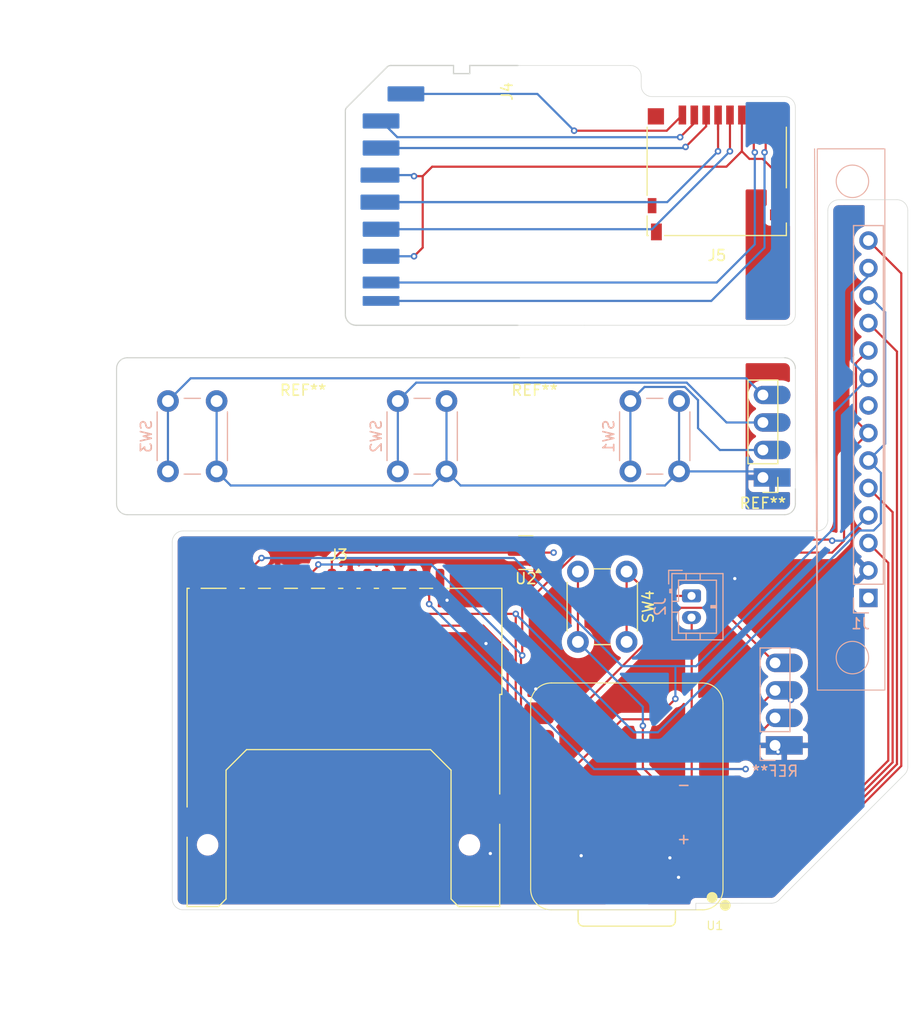
<source format=kicad_pcb>
(kicad_pcb (version 20241229) (generator "pcbnew") (generator_version "9.0")
  (title_block (title "ULTRATERM PCB") (date "2025-06-28") (rev "3") (comment 1 "SD CARD IS FULL") (comment 2 "BLOOD IS FUEL") (comment 3 "MANKIND IS DEAD"))
  (layers (0 "F.Cu" signal) (2 "B.Cu" signal) (13 "F.Paste" user) (15 "B.Paste" user) (5 "F.SilkS" user "F.Silkscreen") (7 "B.SilkS" user "B.Silkscreen") (1 "F.Mask" user) (3 "B.Mask" user) (25 "Edge.Cuts" user))
  (net 0 "")
  (net 1 "Net-(J2-Pin_2)")
  (net 2 "Net-(J2-Pin_1)")
  (net 3 "MOSI")
  (net 4 "+3V3")
  (net 6 "SD CS")
  (net 7 "GND")
  (net 9 "MISO")
  (net 10 "b1")
  (net 11 "b2")
  (net 12 "b3")
  (net 13 "Net-(SW4-B)")
  (net 15 "TOUCH_CS")
  (net 16 "LCD_CS")
  (net 22 "TOUCH_PEN")
  (net 26 "LCD_DS")
  (net 27 "LCD_RES")
  (net 28 "Net-(J1-CLK)")
  (net 31 "Net-(J4-DAT0)")
  (net 32 "Net-(J5-SHIELD)")
  (net 33 "Net-(J4-CMD)")
  (net 34 "Net-(J4-VDD)")
  (net 35 "Net-(J4-CLK)")
  (net 36 "Net-(J4-CD{slash}DAT3)")
  (net 37 "Net-(J4-DAT2)")
  (net 38 "Net-(J4-DAT1)")
  (footprint "Button_Switch_THT:SW_PUSH_6mm_H13mm" (layer "F.Cu") (at 102.7 118.925 -90)
    (property "Reference" "SW4" (at 3.25 -2.000001 90) (layer "F.SilkS"))
    (property "Value" "SW_SPST")
    (pad "1" thru_hole circle (at 0 0) (size 2 2) (drill 1.1) (layers "*.Cu" "*.Mask") (net 2 "Net-(J2-Pin_1)"))
    (pad "1" thru_hole circle (at 6.5 0) (size 2 2) (drill 1.1) (layers "*.Cu" "*.Mask") (net 2 "Net-(J2-Pin_1)"))
    (pad "2" thru_hole circle (at 0 4.500001) (size 2 2) (drill 1.1) (layers "*.Cu" "*.Mask") (net 13 "Net-(SW4-B)"))
    (pad "2" thru_hole circle (at 6.500001 4.5) (size 2 2) (drill 1.1) (layers "*.Cu" "*.Mask") (net 13 "Net-(SW4-B)"))
  )
  (footprint "Connector_Card:microSD_HC_Hirose_DM3D-SF" (layer "F.Cu") (at 111.03 82.099999 180)
    (property "Reference" "J5" (at -0.025 -7.625 0) (layer "F.SilkS"))
    (property "Value" "Micro_SD_Card")
    (pad "1" smd rect (at 3.175 5.35 180) (size 0.7 1.75) (layers "F.Cu" "F.Mask" "F.Paste") (net 37 "Net-(J4-DAT2)"))
    (pad "2" smd rect (at 2.075 5.35 180) (size 0.7 1.75) (layers "F.Cu" "F.Mask" "F.Paste") (net 36 "Net-(J4-CD{slash}DAT3)"))
    (pad "3" smd rect (at 0.975 5.35 180) (size 0.7 1.75) (layers "F.Cu" "F.Mask" "F.Paste") (net 33 "Net-(J4-CMD)"))
    (pad "4" smd rect (at -0.125 5.35 180) (size 0.7 1.75) (layers "F.Cu" "F.Mask" "F.Paste") (net 34 "Net-(J4-VDD)"))
    (pad "5" smd rect (at -1.225 5.35 180) (size 0.7 1.75) (layers "F.Cu" "F.Mask" "F.Paste") (net 35 "Net-(J4-CLK)"))
    (pad "6" smd rect (at -2.325 5.35 180) (size 0.7 1.75) (layers "F.Cu" "F.Mask" "F.Paste") (net 32 "Net-(J5-SHIELD)"))
    (pad "7" smd rect (at -3.425 5.35 180) (size 0.7 1.75) (layers "F.Cu" "F.Mask" "F.Paste") (net 31 "Net-(J4-DAT0)"))
    (pad "8" smd rect (at -4.525 5.35 180) (size 0.7 1.75) (layers "F.Cu" "F.Mask" "F.Paste") (net 38 "Net-(J4-DAT1)"))
    (pad "9" smd rect (at -5.65 -3.875 180) (size 1.45 1) (layers "F.Cu" "F.Mask" "F.Paste") (net 32 "Net-(J5-SHIELD)"))
    (pad "10" smd rect (at 5.575 -5.45 180) (size 1 1.55) (layers "F.Cu" "F.Mask" "F.Paste"))
    (pad "11" smd rect (at -5.975 -2.375001 180) (size 0.8 1.5) (layers "F.Cu" "F.Mask" "F.Paste"))
    (pad "11" smd rect (at -5.725 5.225 180) (size 1.3 1.5) (layers "F.Cu" "F.Mask" "F.Paste"))
    (pad "11" smd rect (at 5.625001 5.225 180) (size 1.5 1.5) (layers "F.Cu" "F.Mask" "F.Paste"))
    (pad "11" smd rect (at 5.975 -3.025 180) (size 0.8 1.4) (layers "F.Cu" "F.Mask" "F.Paste"))
    (zone (net 0) (net_name "") (layer "F.Cu") (connect_pads (clearance 0)) (min_thickness 0.254)
      (keepout (tracks not_allowed) (vias not_allowed) (pads not_allowed) (copperpour not_allowed) (footprints not_allowed))
      (fill (thermal_gap 0.508) (thermal_bridge_width 0.508))
      (polygon (pts (xy 113.005 85.974999) (xy 110.505 85.974999) (xy 110.505 87.824999) (xy 113.005 87.824999)))
    )
    (zone (net 0) (net_name "") (layer "F.Cu") (connect_pads (clearance 0)) (min_thickness 0.254)
      (keepout (tracks not_allowed) (vias not_allowed) (pads not_allowed) (copperpour not_allowed) (footprints not_allowed))
      (fill (thermal_gap 0.508) (thermal_bridge_width 0.508))
      (polygon (pts (xy 115.955 83.624999) (xy 107.455 83.624999) (xy 107.455 81.624999) (xy 115.955 81.624999)))
    )
  )
  (footprint "Connector_PinHeader_2.54mm:PinHeader_1x04_P2.54mm_Vertical" (layer "F.Cu") (at 115.299999 110.234999 180)
    (property "Reference" "REF**" (at 0 -2.38 0) (layer "F.SilkS"))
    (property "Value" "PinHeader_1x04_P2.54mm_Vertical")
    (pad "1" thru_hole rect (at 0 0 180) (size 3.4 1.7) (drill 1 (offset -0.85 0)) (layers "*.Cu" "*.Mask") (net 7 "GND"))
    (pad "2" thru_hole roundrect (at 0 2.54 180) (size 3.4 1.7) (drill 1 (offset -0.85 0)) (layers "*.Cu" "*.Mask") (roundrect_rratio 0.5) (net 10 "b1"))
    (pad "3" thru_hole roundrect (at 0 5.079999 180) (size 3.4 1.7) (drill 1 (offset -0.85 0)) (layers "*.Cu" "*.Mask") (roundrect_rratio 0.5) (net 11 "b2"))
    (pad "4" thru_hole roundrect (at 0 7.62 180) (size 3.4 1.7) (drill 1 (offset -0.85 0)) (layers "*.Cu" "*.Mask") (roundrect_rratio 0.5) (net 12 "b3"))
  )
  (footprint "Package_TO_SOT_SMD:SOT-23" (layer "F.Cu") (at 93.387501 117.175 180)
    (property "Reference" "U2" (at 0 -2.4 0) (layer "F.SilkS"))
    (property "Value" "LM809")
    (pad "1" smd roundrect (at -0.9375 -0.95 180) (size 1.475 0.6) (layers "F.Cu" "F.Mask" "F.Paste") (net 7 "GND"))
    (pad "2" smd roundrect (at -0.9375 0.95 180) (size 1.475 0.6) (layers "F.Cu" "F.Mask" "F.Paste") (net 27 "LCD_RES"))
    (pad "3" smd roundrect (at 0.937501 0 180) (size 1.475 0.6) (layers "F.Cu" "F.Mask" "F.Paste") (net 4 "+3V3"))
  )
  (footprint "MountingHole:MountingHole_2.5mm" (layer "F.Cu") (at 72.8 105.675)
    (property "Reference" "REF**" (at 0 -3.5 0) (layer "F.SilkS"))
    (property "Value" "MountingHole_2.5mm")
    (pad "" np_thru_hole circle (at 0 0) (size 2.5 2.5) (drill 2.5) (layers "*.Cu" "*.Mask"))
  )
  (footprint "XAIO:XIAO-ESP32S3-SMD" (layer "F.Cu") (at 102.713637 150.175 180)
    (property "Reference" "U1" (at -9 -1.01 0) (layer "F.SilkS") (effects (font (size 0.78232 0.78232) (thickness 0.10668)) (justify right top)))
    (property "Value" "XIAO-ESP32-S3-SMD")
    (pad "1" smd roundrect (at -8.061364 2.917 180) (size 2.75 2) (layers "F.Cu" "F.Mask" "F.Paste") (net 22 "TOUCH_PEN"))
    (pad "2" smd roundrect (at -8.061364 5.457 180) (size 2.75 2) (layers "F.Cu" "F.Mask" "F.Paste") (net 15 "TOUCH_CS"))
    (pad "3" smd roundrect (at -8.061364 7.997 180) (size 2.75 2) (layers "F.Cu" "F.Mask" "F.Paste") (net 26 "LCD_DS"))
    (pad "4" smd roundrect (at -8.061364 10.537 180) (size 2.75 2) (layers "F.Cu" "F.Mask" "F.Paste") (net 16 "LCD_CS"))
    (pad "5" smd roundrect (at -8.061364 13.077 180) (size 2.75 2) (layers "F.Cu" "F.Mask" "F.Paste") (net 6 "SD CS"))
    (pad "6" smd roundrect (at -8.061364 15.617 180) (size 2.75 2) (layers "F.Cu" "F.Mask" "F.Paste") (net 10 "b1"))
    (pad "7" smd roundrect (at -8.061364 18.157 180) (size 2.75 2) (layers "F.Cu" "F.Mask" "F.Paste") (net 11 "b2"))
    (pad "8" smd roundrect (at 8.103636 18.157 180) (size 2.75 2) (layers "F.Cu" "F.Mask" "F.Paste") (net 12 "b3"))
    (pad "9" smd roundrect (at 8.103636 15.616999 180) (size 2.75 2) (layers "F.Cu" "F.Mask" "F.Paste") (net 28 "Net-(J1-CLK)"))
    (pad "10" smd roundrect (at 8.103636 13.077 180) (size 2.75 2) (layers "F.Cu" "F.Mask" "F.Paste") (net 9 "MISO"))
    (pad "11" smd roundrect (at 8.103636 10.537 180) (size 2.75 2) (layers "F.Cu" "F.Mask" "F.Paste") (net 3 "MOSI"))
    (pad "12" smd roundrect (at 8.103636 7.997 180) (size 2.75 2) (layers "F.Cu" "F.Mask" "F.Paste") (net 4 "+3V3"))
    (pad "13" smd roundrect (at 8.103636 5.457001 180) (size 2.75 2) (layers "F.Cu" "F.Mask" "F.Paste") (net 7 "GND"))
    (pad "14" smd roundrect (at 8.103636 2.917 180) (size 2.75 2) (layers "F.Cu" "F.Mask" "F.Paste"))
    (pad "15" smd roundrect (at -4.451364 10.155) (size 2.5 1.1) (layers "F.Cu" "F.Mask" "F.Paste") (net 13 "Net-(SW4-B)"))
    (pad "16" smd roundrect (at -4.451364 8.25) (size 2.5 1.1) (layers "F.Cu" "F.Mask" "F.Paste") (net 1 "Net-(J2-Pin_2)"))
    (pad "17" smd circle (at -1.276364 1.905 180) (size 1.7 1.7) (layers "F.Cu" "F.Mask" "F.Paste"))
    (pad "18" smd circle (at 1.263636 1.905 180) (size 1.7 1.7) (layers "F.Cu" "F.Mask" "F.Paste"))
    (pad "19" smd circle (at -1.276364 4.445 180) (size 1.7 1.7) (layers "F.Cu" "F.Mask" "F.Paste"))
    (pad "20" smd circle (at 1.263636 4.445 180) (size 1.7 1.7) (layers "F.Cu" "F.Mask" "F.Paste"))
    (pad "21" smd circle (at -1.276364 6.985 180) (size 1.7 1.7) (layers "F.Cu" "F.Mask" "F.Paste"))
    (pad "22" smd circle (at 1.263636 6.985 180) (size 1.7 1.7) (layers "F.Cu" "F.Mask" "F.Paste"))
    (pad "23" smd circle (at -1.276365 9.525 180) (size 1.7 1.7) (layers "F.Cu" "F.Mask" "F.Paste"))
    (pad "24" smd circle (at 1.263637 9.525 180) (size 1.7 1.7) (layers "F.Cu" "F.Mask" "F.Paste"))
  )
  (footprint "Connector_Card:SD_Kyocera_145638009511859+" (layer "F.Cu") (at 76.07 132.175)
    (property "Reference" "J3" (at 0 -14.78 180) (layer "F.SilkS"))
    (property "Value" "SD_Card_Receptacle")
    (pad "" np_thru_hole circle (at -12.1 12 180) (size 1.5 1.5) (drill 1.5) (layers "*.Cu" "*.Mask"))
    (pad "" np_thru_hole circle (at 12.1 12 180) (size 1.5 1.5) (drill 1.5) (layers "*.Cu" "*.Mask"))
    (pad "1" smd roundrect (at 6.88 -12.5) (size 0.8 2) (layers "F.Cu" "F.Mask" "F.Paste") (roundrect_rratio 0.313) (net 6 "SD CS"))
    (pad "2" smd roundrect (at 4.38 -12.5) (size 0.8 2) (layers "F.Cu" "F.Mask" "F.Paste") (roundrect_rratio 0.313) (net 3 "MOSI"))
    (pad "3" smd roundrect (at 1.08 -12.5) (size 0.8 2) (layers "F.Cu" "F.Mask" "F.Paste") (roundrect_rratio 0.313) (net 7 "GND"))
    (pad "4" smd roundrect (at -0.62 -12.5) (size 0.8 2) (layers "F.Cu" "F.Mask" "F.Paste") (roundrect_rratio 0.313) (net 4 "+3V3"))
    (pad "5" smd roundrect (at -3.12 -12.5) (size 0.8 2) (layers "F.Cu" "F.Mask" "F.Paste") (roundrect_rratio 0.313) (net 28 "Net-(J1-CLK)"))
    (pad "6" smd roundrect (at -5.62 -12.5) (size 0.8 2) (layers "F.Cu" "F.Mask" "F.Paste") (roundrect_rratio 0.313) (net 7 "GND"))
    (pad "7" smd roundrect (at -8.05 -12.5) (size 0.8 2) (layers "F.Cu" "F.Mask" "F.Paste") (roundrect_rratio 0.313) (net 9 "MISO"))
    (pad "8" smd roundrect (at -9.75 -12.5) (size 0.8 2) (layers "F.Cu" "F.Mask" "F.Paste") (roundrect_rratio 0.313))
    (pad "9" smd roundrect (at 9.38 -12.5) (size 0.8 2) (layers "F.Cu" "F.Mask" "F.Paste") (roundrect_rratio 0.313))
    (pad "10" smd roundrect (at 2.68 -12.5) (size 0.8 2) (layers "F.Cu" "F.Mask" "F.Paste") (roundrect_rratio 0.313))
    (pad "11" smd roundrect (at -13.24 -12.5) (size 0.7 2) (layers "F.Cu" "F.Mask" "F.Paste") (roundrect_rratio 0.357))
    (pad "12" smd roundrect (at 14.1 8.7) (size 1.8 2.4) (layers "F.Cu" "F.Mask" "F.Paste") (roundrect_rratio 0.139) (net 7 "GND"))
    (pad "13" smd roundrect (at -13.25 9.9) (size 1.7 2.4) (layers "F.Cu" "F.Mask" "F.Paste") (roundrect_rratio 0.147) (net 7 "GND"))
  )
  (footprint "MountingHole:MountingHole_2.5mm" (layer "F.Cu") (at 94.2 105.675)
    (property "Reference" "REF**" (at 0 -3.5 0) (layer "F.SilkS"))
    (property "Value" "MountingHole_2.5mm")
    (pad "" np_thru_hole circle (at 0 0) (size 2.5 2.5) (drill 2.5) (layers "*.Cu" "*.Mask"))
  )
  (footprint "Connector_Card:SD_Card_Device_16mm_SlotDepth" (layer "F.Cu") (at 92.699999 84.175 90)
    (property "Reference" "J4" (at 9.6 -1.05 90) (layer "F.SilkS"))
    (property "Value" "SD_Card_Device")
    (fp_line (start -11 -16) (end 7.792893 -16) (stroke (width 0.12)) (layer "Edge.Cuts"))
    (fp_line (start 8.146447 -15.853553) (end 11.853554 -12.146446) (stroke (width 0.12)) (layer "Edge.Cuts"))
    (fp_line (start 12 -11.792893) (end 12 -6) (stroke (width 0.12)) (layer "Edge.Cuts"))
    (fp_line (start 12 -6) (end 11.25 -6) (stroke (width 0.12)) (layer "Edge.Cuts"))
    (fp_line (start 11.25 -6) (end 11.25 -4.5) (stroke (width 0.12)) (layer "Edge.Cuts"))
    (fp_line (start 12 -4.5) (end 12 -0.05) (stroke (width 0.12)) (layer "Edge.Cuts"))
    (fp_line (start 11.25 -4.5) (end 12 -4.5) (stroke (width 0.12)) (layer "Edge.Cuts"))
    (fp_line (start -12 -0.05) (end -12 -15) (stroke (width 0.12)) (layer "Edge.Cuts"))
    (fp_arc (start 7.792893 -16) (mid 7.984235 -15.96194) (end 8.146447 -15.853553) (stroke (width 0.12)) (layer "Edge.Cuts"))
    (fp_arc (start -12 -15) (mid -11.707107 -15.707107) (end -11 -16) (stroke (width 0.12)) (layer "Edge.Cuts"))
    (fp_arc (start 11.853554 -12.146446) (mid 11.96194 -11.984234) (end 12 -11.792893) (stroke (width 0.12)) (layer "Edge.Cuts"))
    (pad "1" connect roundrect (at 6.875 -12.7 90) (size 1.4 3.4) (layers "B.Cu" "B.Mask") (roundrect_rratio 0.07142857143) (net 36 "Net-(J4-CD{slash}DAT3)") (clearance 0.05))
    (pad "2" connect roundrect (at 4.375 -12.7 90) (size 1.4 3.4) (layers "B.Cu" "B.Mask") (roundrect_rratio 0.07142857143) (net 33 "Net-(J4-CMD)") (clearance 0.05))
    (pad "3" connect roundrect (at 1.875 -12.8 90) (size 1.4 3.6) (layers "B.Cu" "B.Mask") (roundrect_rratio 0.07142857143) (net 32 "Net-(J5-SHIELD)") (clearance 0.05))
    (pad "4" connect roundrect (at -0.625 -12.8 90) (size 1.4 3.6) (layers "B.Cu" "B.Mask") (roundrect_rratio 0.07142857143) (net 34 "Net-(J4-VDD)") (clearance 0.05))
    (pad "5" connect roundrect (at -3.125 -12.7 90) (size 1.4 3.4) (layers "B.Cu" "B.Mask") (roundrect_rratio 0.07142857143) (net 35 "Net-(J4-CLK)") (clearance 0.05))
    (pad "6" connect roundrect (at -5.625001 -12.7 90) (size 1.4 3.4) (layers "B.Cu" "B.Mask") (roundrect_rratio 0.07142857143) (net 32 "Net-(J5-SHIELD)") (clearance 0.05))
    (pad "7" connect roundrect (at -8.05 -12.700001 90) (size 1.1 3.4) (layers "B.Cu" "B.Mask") (roundrect_rratio 0.07142857143) (net 31 "Net-(J4-DAT0)") (clearance 0.05))
    (pad "8" connect roundrect (at -9.75 -12.7 90) (size 0.9 3.4) (layers "B.Cu" "B.Mask") (roundrect_rratio 0.07142857143) (net 38 "Net-(J4-DAT1)") (clearance 0.05))
    (pad "9" connect roundrect (at 9.375001 -10.4 90) (size 1.4 3.4) (layers "B.Cu" "B.Mask") (roundrect_rratio 0.07142857143) (net 37 "Net-(J4-DAT2)") (clearance 0.05))
  )
  (footprint "Button_Switch_THT:SW_PUSH_6mm" (layer "B.Cu") (at 103.049999 103.174999 -90)
    (property "Reference" "SW1" (at 3.25 2.000001 90) (layer "B.SilkS") (effects (justify mirror)))
    (property "Value" "SW_Push")
    (pad "1" thru_hole circle (at 0 0 180) (size 2 2) (drill 1.1) (layers "*.Cu" "*.Mask") (net 10 "b1"))
    (pad "1" thru_hole circle (at 6.5 0 180) (size 2 2) (drill 1.1) (layers "*.Cu" "*.Mask") (net 10 "b1"))
    (pad "2" thru_hole circle (at 0 -4.500001 180) (size 2 2) (drill 1.1) (layers "*.Cu" "*.Mask") (net 7 "GND"))
    (pad "2" thru_hole circle (at 6.500001 -4.5 180) (size 2 2) (drill 1.1) (layers "*.Cu" "*.Mask") (net 7 "GND"))
  )
  (footprint "Connector_PinHeader_2.54mm:PinHeader_1x14_P2.54mm_Vertical" (layer "B.Cu") (at 125.825 104.875)
    (property "Reference" "J1" (at -1.5 18.87 180) (layer "B.SilkS") (effects (justify mirror)))
    (property "Value" "ILI9341")
    (pad "1" thru_hole rect (at -0.77 16.49) (size 1.7 1.7) (drill 1) (layers "*.Cu" "*.Mask") (net 4 "+3V3"))
    (pad "2" thru_hole circle (at -0.77 13.95) (size 1.7 1.7) (drill 1) (layers "*.Cu" "*.Mask") (net 7 "GND"))
    (pad "3" thru_hole circle (at -0.77 11.41) (size 1.7 1.7) (drill 1) (layers "*.Cu" "*.Mask") (net 16 "LCD_CS"))
    (pad "4" thru_hole circle (at -0.77 8.87) (size 1.7 1.7) (drill 1) (layers "*.Cu" "*.Mask") (net 27 "LCD_RES"))
    (pad "5" thru_hole circle (at -0.77 6.33) (size 1.7 1.7) (drill 1) (layers "*.Cu" "*.Mask") (net 26 "LCD_DS"))
    (pad "6" thru_hole circle (at -0.77 3.79) (size 1.7 1.7) (drill 1) (layers "*.Cu" "*.Mask") (net 3 "MOSI"))
    (pad "7" thru_hole circle (at -0.77 1.25) (size 1.7 1.7) (drill 1) (layers "*.Cu" "*.Mask") (net 28 "Net-(J1-CLK)"))
    (pad "8" thru_hole circle (at -0.77 -1.29) (size 1.7 1.7) (drill 1) (layers "*.Cu" "*.Mask") (net 4 "+3V3"))
    (pad "9" thru_hole circle (at -0.77 -3.83) (size 1.7 1.7) (drill 1) (layers "*.Cu" "*.Mask") (net 9 "MISO"))
    (pad "10" thru_hole circle (at -0.77 -6.37) (size 1.7 1.7) (drill 1) (layers "*.Cu" "*.Mask") (net 28 "Net-(J1-CLK)"))
    (pad "11" thru_hole circle (at -0.77 -8.91) (size 1.7 1.7) (drill 1) (layers "*.Cu" "*.Mask") (net 15 "TOUCH_CS"))
    (pad "12" thru_hole circle (at -0.77 -11.45) (size 1.7 1.7) (drill 1) (layers "*.Cu" "*.Mask") (net 3 "MOSI"))
    (pad "13" thru_hole circle (at -0.77 -13.99) (size 1.7 1.7) (drill 1) (layers "*.Cu" "*.Mask") (net 9 "MISO"))
    (pad "14" thru_hole circle (at -0.77 -16.53) (size 1.7 1.7) (drill 1) (layers "*.Cu" "*.Mask") (net 22 "TOUCH_PEN"))
  )
  (footprint "Connector_JST:JST_PH_B2B-PH-K_1x02_P2.00mm_Vertical" (layer "B.Cu") (at 108.7 121.175 -90)
    (property "Reference" "J2" (at 1 2.9 90) (layer "B.SilkS") (effects (justify mirror)))
    (property "Value" "Battery_plug")
    (pad "1" thru_hole roundrect (at 0 0 270) (size 1.2 1.75) (drill 0.75) (layers "*.Cu" "*.Mask") (roundrect_rratio 0.208333) (net 2 "Net-(J2-Pin_1)"))
    (pad "2" thru_hole oval (at 2.000001 0 270) (size 1.2 1.75) (drill 0.75) (layers "*.Cu" "*.Mask") (net 1 "Net-(J2-Pin_2)"))
  )
  (footprint "Button_Switch_THT:SW_PUSH_6mm" (layer "B.Cu") (at 60.299997 103.174999 -90)
    (property "Reference" "SW3" (at 3.25 2.000001 90) (layer "B.SilkS") (effects (justify mirror)))
    (property "Value" "SW_Push")
    (pad "1" thru_hole circle (at 0 0 180) (size 2 2) (drill 1.1) (layers "*.Cu" "*.Mask") (net 12 "b3"))
    (pad "1" thru_hole circle (at 6.5 0 180) (size 2 2) (drill 1.1) (layers "*.Cu" "*.Mask") (net 12 "b3"))
    (pad "2" thru_hole circle (at 0 -4.500001 180) (size 2 2) (drill 1.1) (layers "*.Cu" "*.Mask") (net 7 "GND"))
    (pad "2" thru_hole circle (at 6.500001 -4.5 180) (size 2 2) (drill 1.1) (layers "*.Cu" "*.Mask") (net 7 "GND"))
  )
  (footprint "Button_Switch_THT:SW_PUSH_6mm" (layer "B.Cu") (at 81.549999 103.174998 -90)
    (property "Reference" "SW2" (at 3.25 2.000001 90) (layer "B.SilkS") (effects (justify mirror)))
    (property "Value" "SW_Push")
    (pad "1" thru_hole circle (at 0 0 180) (size 2 2) (drill 1.1) (layers "*.Cu" "*.Mask") (net 11 "b2"))
    (pad "1" thru_hole circle (at 6.5 0 180) (size 2 2) (drill 1.1) (layers "*.Cu" "*.Mask") (net 11 "b2"))
    (pad "2" thru_hole circle (at 0 -4.500001 180) (size 2 2) (drill 1.1) (layers "*.Cu" "*.Mask") (net 7 "GND"))
    (pad "2" thru_hole circle (at 6.500001 -4.5 180) (size 2 2) (drill 1.1) (layers "*.Cu" "*.Mask") (net 7 "GND"))
  )
  (footprint "Connector_PinHeader_2.54mm:PinHeader_1x04_P2.54mm_Vertical" (layer "B.Cu") (at 116.4225 134.985)
    (property "Reference" "REF**" (at 0 2.38 0) (layer "B.SilkS") (effects (justify mirror)))
    (property "Value" "PinHeader_1x04_P2.54mm_Vertical")
    (pad "1" thru_hole rect (at 0 0) (size 3.4 1.7) (drill 1 (offset 0.85 0)) (layers "*.Cu" "*.Mask") (net 7 "GND"))
    (pad "2" thru_hole roundrect (at 0 -2.54) (size 3.4 1.7) (drill 1 (offset 0.85 0)) (layers "*.Cu" "*.Mask") (roundrect_rratio 0.5) (net 10 "b1"))
    (pad "3" thru_hole roundrect (at 0 -5.079999) (size 3.4 1.7) (drill 1 (offset 0.85 0)) (layers "*.Cu" "*.Mask") (roundrect_rratio 0.5) (net 11 "b2"))
    (pad "4" thru_hole roundrect (at 0 -7.62) (size 3.4 1.7) (drill 1 (offset 0.85 0)) (layers "*.Cu" "*.Mask") (roundrect_rratio 0.5) (net 12 "b3"))
  )
  (gr_line (start 127.6929 84.575) (end 122.3 84.582107) (stroke (width 0.05)) (layer "Edge.Cuts"))
  (gr_line (start 116.785786 149.275) (end 128.4 137.660786) (stroke (width 0.05)) (layer "Edge.Cuts"))
  (gr_line (start 55.549998 112.675) (end 55.549999 100.175001) (stroke (width 0.1)) (layer "Edge.Cuts"))
  (gr_line (start 120.3 115.175) (end 61.7 115.175) (stroke (width 0.05)) (layer "Edge.Cuts"))
  (gr_arc (start 103.05 72.175) (mid 103.757107 72.467893) (end 104.05 73.175) (stroke (width 0.05)) (layer "Edge.Cuts"))
  (gr_line (start 117.3 99.174999) (end 92.8 99.175833) (stroke (width 0.05)) (layer "Edge.Cuts"))
  (gr_arc (start 121.3 85.582107) (mid 121.592893 84.875) (end 122.3 84.582107) (stroke (width 0.05)) (layer "Edge.Cuts"))
  (gr_line (start 104.05 74.049999) (end 104.05 73.175) (stroke (width 0.05)) (layer "Edge.Cuts"))
  (gr_arc (start 118.3 95.175) (mid 118.007107 95.882107) (end 117.3 96.175) (stroke (width 0.05)) (layer "Edge.Cuts"))
  (gr_line (start 56.55 99.175834) (end 92.8 99.175833) (stroke (width 0.1)) (layer "Edge.Cuts"))
  (gr_line (start 60.7 116.175) (end 60.7 149.175) (stroke (width 0.05)) (layer "Edge.Cuts"))
  (gr_line (start 92.649999 96.175) (end 98.8 96.175) (stroke (width 0.05)) (layer "Edge.Cuts"))
  (gr_arc (start 117.3 75.049999) (mid 118.007107 75.342892) (end 118.3 76.049999) (stroke (width 0.05)) (layer "Edge.Cuts"))
  (gr_line (start 118.3 100.174999) (end 118.3 111.275) (stroke (width 0.05)) (layer "Edge.Cuts"))
  (gr_line (start 109.1 149.575) (end 116.087556 149.567893) (stroke (width 0.05)) (layer "Edge.Cuts"))
  (gr_arc (start 105.05 75.049999) (mid 104.342894 74.757106) (end 104.05 74.049999) (stroke (width 0.05)) (layer "Edge.Cuts"))
  (gr_line (start 121.3 94.275) (end 121.3 85.5821) (stroke (width 0.05)) (layer "Edge.Cuts"))
  (gr_arc (start 117.3 99.174999) (mid 118.007107 99.467892) (end 118.3 100.174999) (stroke (width 0.1)) (layer "Edge.Cuts"))
  (gr_line (start 121.3 114.175) (end 121.3 111.275) (stroke (width 0.05)) (layer "Edge.Cuts"))
  (gr_arc (start 56.549998 113.675) (mid 55.842893 113.382106) (end 55.549998 112.675) (stroke (width 0.1)) (layer "Edge.Cuts"))
  (gr_line (start 118.3 76.05) (end 118.3 94.275) (stroke (width 0.05)) (layer "Edge.Cuts"))
  (gr_arc (start 118.299999 112.675) (mid 118.007106 113.382106) (end 117.299999 113.675) (stroke (width 0.1)) (layer "Edge.Cuts"))
  (gr_line (start 61.7 150.175) (end 109.1 150.175) (stroke (width 0.05)) (layer "Edge.Cuts"))
  (gr_arc (start 116.785786 149.275) (mid 116.461356 149.491747) (end 116.078679 149.567893) (stroke (width 0.05)) (layer "Edge.Cuts"))
  (gr_arc (start 55.549999 100.175001) (mid 55.842892 99.467893) (end 56.549999 99.175001) (stroke (width 0.1)) (layer "Edge.Cuts"))
  (gr_arc (start 121.3 114.175) (mid 121.007107 114.882107) (end 120.3 115.175) (stroke (width 0.05)) (layer "Edge.Cuts"))
  (gr_arc (start 61.7 150.175) (mid 60.992893 149.882107) (end 60.7 149.175) (stroke (width 0.05)) (layer "Edge.Cuts"))
  (gr_line (start 92.65 72.175) (end 103.05 72.175) (stroke (width 0.05)) (layer "Edge.Cuts"))
  (gr_arc (start 127.692893 84.575) (mid 128.4 84.867893) (end 128.692893 85.575) (stroke (width 0.05)) (layer "Edge.Cuts"))
  (gr_line (start 117.299999 113.675) (end 56.549998 113.675) (stroke (width 0.1)) (layer "Edge.Cuts"))
  (gr_line (start 121.3 111.275) (end 121.3 94.275) (stroke (width 0.05)) (layer "Edge.Cuts"))
  (gr_arc (start 128.692893 136.953679) (mid 128.616771 137.33636) (end 128.4 137.660786) (stroke (width 0.05)) (layer "Edge.Cuts"))
  (gr_line (start 118.3 111.275) (end 118.299999 112.675) (stroke (width 0.1)) (layer "Edge.Cuts"))
  (gr_line (start 118.3 95.175) (end 118.3 94.275) (stroke (width 0.05)) (layer "Edge.Cuts"))
  (gr_line (start 98.8 96.175) (end 117.3 96.175) (stroke (width 0.05)) (layer "Edge.Cuts"))
  (gr_line (start 128.692893 136.953679) (end 128.692893 85.578741) (stroke (width 0.05)) (layer "Edge.Cuts"))
  (gr_arc (start 60.7 116.175) (mid 60.992893 115.467893) (end 61.7 115.175) (stroke (width 0.05)) (layer "Edge.Cuts"))
  (gr_line (start 117.3 75.049999) (end 105.05 75.049999) (stroke (width 0.05)) (layer "Edge.Cuts"))
  (gr_line (start 109.1 150.175) (end 109.1 149.575) (stroke (width 0.05)) (layer "Edge.Cuts"))
  (gr_text "-\n" (at 108.7 138.175 180) (layer "B.SilkS") (effects (font (size 1 1)) (justify left bottom)))
  (gr_text "+" (at 108.7 143.175 180) (layer "B.SilkS") (effects (font (size 1 1)) (justify left bottom)))
  (segment (start 108.415001 141.925) (end 108.716001 141.624) (width 0.2) (layer "F.Cu") (net 1))
  (segment (start 107.165001 141.925) (end 108.415001 141.925) (width 0.2) (layer "F.Cu") (net 1))
  (segment (start 108.716001 123.191002) (end 108.7 123.175001) (width 0.2) (layer "F.Cu") (net 1))
  (segment (start 108.716001 141.624) (end 108.716001 123.191002) (width 0.2) (layer "F.Cu") (net 1))
  (segment (start 104.95 121.175) (end 108.7 121.175) (width 0.2) (layer "F.Cu") (net 2))
  (segment (start 102.7 118.925) (end 104.95 121.175) (width 0.2) (layer "F.Cu") (net 2))
  (segment (start 102.7 118.925) (end 102.7 125.425) (width 0.2) (layer "F.Cu") (net 2))
  (segment (start 92.45 122.835107) (end 83.610107 122.835107) (width 0.2) (layer "F.Cu") (net 3))
  (segment (start 83.610107 122.835107) (end 80.45 119.675) (width 0.2) (layer "F.Cu") (net 3))
  (segment (start 92.45 138.675) (end 93.413 139.638) (width 0.2) (layer "F.Cu") (net 3))
  (segment (start 92.45 122.835107) (end 92.45 138.675) (width 0.2) (layer "F.Cu") (net 3))
  (segment (start 93.413 139.638) (end 94.610001 139.638) (width 0.2) (layer "F.Cu") (net 3))
  (via (at 92.45 122.835107) (size 0.6) (drill 0.3) (layers "F.Cu" "B.Cu") (net 3))
  (segment (start 126.6 94.97) (end 126.6 107.12) (width 0.2) (layer "B.Cu") (net 3))
  (segment (start 126.206 109.816) (end 126.206 114.45976) (width 0.2) (layer "B.Cu") (net 3))
  (segment (start 103.390893 133.776) (end 92.45 122.835107) (width 0.2) (layer "B.Cu") (net 3))
  (segment (start 124.2331 115.134) (end 105.5911 133.776) (width 0.2) (layer "B.Cu") (net 3))
  (segment (start 125.055 93.425) (end 126.6 94.97) (width 0.2) (layer "B.Cu") (net 3))
  (segment (start 126.6 107.12) (end 125.055 108.665) (width 0.2) (layer "B.Cu") (net 3))
  (segment (start 126.206 114.45976) (end 125.53176 115.134) (width 0.2) (layer "B.Cu") (net 3))
  (segment (start 125.53176 115.134) (end 124.2331 115.134) (width 0.2) (layer "B.Cu") (net 3))
  (segment (start 125.055 108.665) (end 126.206 109.816) (width 0.2) (layer "B.Cu") (net 3))
  (segment (start 105.5911 133.776) (end 103.390893 133.776) (width 0.2) (layer "B.Cu") (net 3))
  (segment (start 79.7 123.925) (end 75.45 119.675) (width 0.2) (layer "F.Cu") (net 4))
  (segment (start 75.45 117.925) (end 76.2 117.175) (width 0.2) (layer "F.Cu") (net 4))
  (segment (start 89.45 123.925) (end 79.7 123.925) (width 0.2) (layer "F.Cu") (net 4))
  (segment (start 94.610001 142.178) (end 91.7 139.267999) (width 0.2) (layer "F.Cu") (net 4))
  (segment (start 95.95 117.175) (end 92.45 117.175) (width 0.2) (layer "F.Cu") (net 4))
  (segment (start 91.7 139.267999) (end 91.7 126.175) (width 0.2) (layer "F.Cu") (net 4))
  (segment (start 75.45 119.675) (end 75.45 117.925) (width 0.2) (layer "F.Cu") (net 4))
  (segment (start 91.7 126.175) (end 89.45 123.925) (width 0.2) (layer "F.Cu") (net 4))
  (segment (start 92.45 117.175) (end 76.2 117.175) (width 0.2) (layer "F.Cu") (net 4))
  (via (at 95.95 117.175) (size 0.6) (drill 0.3) (layers "F.Cu" "B.Cu") (net 4))
  (segment (start 113.7 137.175) (end 110.852001 137.175) (width 0.2) (layer "F.Cu") (net 6))
  (segment (start 84.45 121.175) (end 82.95 119.675) (width 0.2) (layer "F.Cu") (net 6))
  (segment (start 84.45 121.925) (end 84.45 121.175) (width 0.2) (layer "F.Cu") (net 6))
  (segment (start 110.852001 137.175) (end 110.775001 137.098) (width 0.2) (layer "F.Cu") (net 6))
  (via (at 113.7 137.175) (size 0.6) (drill 0.3) (layers "F.Cu" "B.Cu") (net 6))
  (via (at 84.45 121.925) (size 0.6) (drill 0.3) (layers "F.Cu" "B.Cu") (net 6))
  (segment (start 99.7 137.175) (end 84.45 121.925) (width 0.2) (layer "B.Cu") (net 6))
  (segment (start 113.7 137.175) (end 99.7 137.175) (width 0.2) (layer "B.Cu") (net 6))
  (segment (start 94.610001 144.717999) (end 90.357001 144.717999) (width 0.2) (layer "F.Cu") (net 7))
  (segment (start 90.357001 144.717999) (end 90.1 144.975) (width 0.2) (layer "F.Cu") (net 7))
  (segment (start 94.610001 144.717999) (end 98.042999 144.717999) (width 0.2) (layer "F.Cu") (net 7))
  (segment (start 98.042999 144.717999) (end 98.5 145.175) (width 0.2) (layer "F.Cu") (net 7))
  (via (at 89.7 125.575) (size 0.6) (drill 0.3) (layers "F.Cu" "B.Cu") (net 7))
  (via (at 90.1 144.975) (size 0.6) (drill 0.3) (layers "F.Cu" "B.Cu") (net 7))
  (via (at 98.5 145.175) (size 0.6) (drill 0.3) (layers "F.Cu" "B.Cu") (net 7))
  (via (at 94.3 129.775) (size 0.6) (drill 0.3) (layers "F.Cu" "B.Cu") (net 7))
  (via (at 117.9 130.775) (size 0.6) (drill 0.3) (layers "F.Cu" "B.Cu") (net 7))
  (via (at 116.7 135.575) (size 0.6) (drill 0.3) (layers "F.Cu" "B.Cu") (net 7))
  (via (at 107.5 147.175) (size 0.6) (drill 0.3) (layers "F.Cu" "B.Cu") (net 7))
  (via (at 106.7 145.375) (size 0.6) (drill 0.3) (layers "F.Cu" "B.Cu") (net 7))
  (via (at 112.7 119.575) (size 0.6) (drill 0.3) (layers "F.Cu" "B.Cu") (net 7))
  (via (at 86.1 121.575) (size 0.6) (drill 0.3) (layers "F.Cu" "B.Cu") (net 7))
  (segment (start 107.549999 109.675) (end 107.55 103.174998) (width 0.2) (layer "B.Cu") (net 7))
  (segment (start 84.749 110.975999) (end 86.049998 109.675) (width 0.2) (layer "B.Cu") (net 7))
  (segment (start 115.299999 110.234999) (end 114.74 109.675) (width 0.2) (layer "B.Cu") (net 7))
  (segment (start 106.248999 110.975999) (end 87.350998 110.975999) (width 0.2) (layer "B.Cu") (net 7))
  (segment (start 107.549999 109.675) (end 106.248999 110.975999) (width 0.2) (layer "B.Cu") (net 7))
  (segment (start 114.74 109.675) (end 107.549999 109.675) (width 0.2) (layer "B.Cu") (net 7))
  (segment (start 86.049998 109.675) (end 86.049999 103.174999) (width 0.2) (layer "B.Cu") (net 7))
  (segment (start 64.799998 109.675) (end 66.100997 110.976) (width 0.2) (layer "B.Cu") (net 7))
  (segment (start 64.799998 109.675) (end 64.799999 103.174999) (width 0.2) (layer "B.Cu") (net 7))
  (segment (start 66.100997 110.976) (end 84.749 110.975999) (width 0.2) (layer "B.Cu") (net 7))
  (segment (start 87.350998 110.975999) (end 86.049998 109.675) (width 0.2) (layer "B.Cu") (net 7))
  (segment (start 102.300735 132.574265) (end 97.777 137.098) (width 0.2) (layer "F.Cu") (net 9))
  (segment (start 68.95 117.675) (end 68.02 118.605) (width 0.2) (layer "F.Cu") (net 9))
  (segment (start 105.319265 132.574265) (end 102.300735 132.574265) (width 0.2) (layer "F.Cu") (net 9))
  (segment (start 97.777 137.098) (end 94.610001 137.098) (width 0.2) (layer "F.Cu") (net 9))
  (segment (start 68.02 118.605) (end 68.02 119.675) (width 0.2) (layer "F.Cu") (net 9))
  (segment (start 107.209265 130.684265) (end 105.319265 132.574265) (width 0.2) (layer "F.Cu") (net 9))
  (via (at 107.209265 130.684265) (size 0.6) (drill 0.3) (layers "F.Cu" "B.Cu") (net 9))
  (via (at 68.95 117.675) (size 0.6) (drill 0.3) (layers "F.Cu" "B.Cu") (net 9))
  (segment (start 123.5 93.175) (end 125.055 91.62) (width 0.2) (layer "B.Cu") (net 9))
  (segment (start 68.95 117.675) (end 92.289891 117.675) (width 0.2) (layer "B.Cu") (net 9))
  (segment (start 121.9 114.88648) (end 109.120745 127.665735) (width 0.2) (layer "B.Cu") (net 9))
  (segment (start 125.055 101.045) (end 121.9 104.2) (width 0.2) (layer "B.Cu") (net 9))
  (segment (start 92.289891 117.675) (end 102.280626 127.665735) (width 0.2) (layer "B.Cu") (net 9))
  (segment (start 102.280626 127.665735) (end 107.209265 127.665735) (width 0.2) (layer "B.Cu") (net 9))
  (segment (start 125.055 101.045) (end 123.5 99.49) (width 0.2) (layer "B.Cu") (net 9))
  (segment (start 109.120745 127.665735) (end 107.209265 127.665735) (width 0.2) (layer "B.Cu") (net 9))
  (segment (start 125.055 91.62) (end 125.055 90.885) (width 0.2) (layer "B.Cu") (net 9))
  (segment (start 121.9 104.2) (end 121.9 114.88648) (width 0.2) (layer "B.Cu") (net 9))
  (segment (start 107.209265 130.684265) (end 107.209265 127.665735) (width 0.2) (layer "B.Cu") (net 9))
  (segment (start 123.5 99.49) (end 123.5 93.175) (width 0.2) (layer "B.Cu") (net 9))
  (segment (start 110.775001 134.558) (end 114.3095 134.558) (width 0.2) (layer "F.Cu") (net 10))
  (segment (start 114.3095 134.558) (end 116.4225 132.445) (width 0.2) (layer "F.Cu") (net 10))
  (segment (start 109.299998 103.085106) (end 108.088892 101.874) (width 0.2) (layer "B.Cu") (net 10))
  (segment (start 104.350998 101.874) (end 103.049999 103.174999) (width 0.2) (layer "B.Cu") (net 10))
  (segment (start 111.319999 107.694999) (end 109.299998 105.674999) (width 0.2) (layer "B.Cu") (net 10))
  (segment (start 108.088892 101.874) (end 104.350998 101.874) (width 0.2) (layer "B.Cu") (net 10))
  (segment (start 109.299998 105.674999) (end 109.299998 103.085106) (width 0.2) (layer "B.Cu") (net 10))
  (segment (start 103.049999 109.674999) (end 103.049999 103.174999) (width 0.2) (layer "B.Cu") (net 10))
  (segment (start 115.299999 107.694999) (end 111.319999 107.694999) (width 0.2) (layer "B.Cu") (net 10))
  (segment (start 110.775001 132.018) (end 114.309501 132.018) (width 0.2) (layer "F.Cu") (net 11))
  (segment (start 111.761364 132.018) (end 111.761364 130.863636) (width 0.2) (layer "F.Cu") (net 11))
  (segment (start 114.309501 132.018) (end 116.4225 129.905001) (width 0.2) (layer "F.Cu") (net 11))
  (segment (start 111.936992 105.154999) (end 108.254993 101.472998) (width 0.2) (layer "B.Cu") (net 11))
  (segment (start 81.549999 109.675) (end 81.549999 103.174998) (width 0.2) (layer "B.Cu") (net 11))
  (segment (start 83.251999 101.472999) (end 81.549999 103.174998) (width 0.2) (layer "B.Cu") (net 11))
  (segment (start 115.299999 105.154999) (end 111.936992 105.154999) (width 0.2) (layer "B.Cu") (net 11))
  (segment (start 108.254993 101.472998) (end 83.251999 101.472999) (width 0.2) (layer "B.Cu") (net 11))
  (segment (start 97.957 132.018) (end 107.700999 122.274001) (width 0.2) (layer "F.Cu") (net 12))
  (segment (start 111.331501 122.274001) (end 116.4225 127.365) (width 0.2) (layer "F.Cu") (net 12))
  (segment (start 107.700999 122.274001) (end 111.331501 122.274001) (width 0.2) (layer "F.Cu") (net 12))
  (segment (start 94.610001 132.018) (end 97.957 132.018) (width 0.2) (layer "F.Cu") (net 12))
  (segment (start 115.299999 102.615) (end 113.756998 101.072) (width 0.2) (layer "B.Cu") (net 12))
  (segment (start 113.756998 101.072) (end 62.402999 101.071999) (width 0.2) (layer "B.Cu") (net 12))
  (segment (start 62.402999 101.071999) (end 60.299997 103.174999) (width 0.2) (layer "B.Cu") (net 12))
  (segment (start 60.299997 103.174999) (end 60.299999 109.674999) (width 0.2) (layer "B.Cu") (net 12))
  (segment (start 104.2 137.054999) (end 104.2 133.175) (width 0.2) (layer "F.Cu") (net 13))
  (segment (start 107.165001 140.02) (end 104.2 137.054999) (width 0.2) (layer "F.Cu") (net 13))
  (segment (start 98.199999 118.925) (end 98.2 125.425001) (width 0.2) (layer "F.Cu") (net 13))
  (via (at 104.2 133.175) (size 0.6) (drill 0.3) (layers "F.Cu" "B.Cu") (net 13))
  (segment (start 104.2 131.425001) (end 98.2 125.425001) (width 0.2) (layer "B.Cu") (net 13))
  (segment (start 104.2 133.175) (end 104.2 131.425001) (width 0.2) (layer "B.Cu") (net 13))
  (segment (start 119.6899 144.718) (end 110.775001 144.718) (width 0.2) (layer "F.Cu") (net 15))
  (segment (start 127.690893 98.600893) (end 127.690893 136.717007) (width 0.2) (layer "F.Cu") (net 15))
  (segment (start 127.690893 136.717007) (end 119.6899 144.718) (width 0.2) (layer "F.Cu") (net 15))
  (segment (start 125.055 95.965) (end 127.690893 98.600893) (width 0.2) (layer "F.Cu") (net 15))
  (segment (start 126.888893 136.384807) (end 126.888893 118.118893) (width 0.2) (layer "F.Cu") (net 16))
  (segment (start 123.6357 139.638) (end 126.888893 136.384807) (width 0.2) (layer "F.Cu") (net 16))
  (segment (start 126.888893 118.118893) (end 125.055 116.285) (width 0.2) (layer "F.Cu") (net 16))
  (segment (start 110.775001 139.638) (end 123.6357 139.638) (width 0.2) (layer "F.Cu") (net 16))
  (segment (start 128.091893 136.883107) (end 117.717 147.258) (width 0.2) (layer "F.Cu") (net 22))
  (segment (start 125.055 88.345) (end 128.091893 91.381893) (width 0.2) (layer "F.Cu") (net 22))
  (segment (start 128.091893 91.381893) (end 128.091893 136.883107) (width 0.2) (layer "F.Cu") (net 22))
  (segment (start 117.717 147.258) (end 110.775001 147.258) (width 0.2) (layer "F.Cu") (net 22))
  (segment (start 127.289893 136.550907) (end 121.6628 142.178) (width 0.2) (layer "F.Cu") (net 26))
  (segment (start 125.055 111.205) (end 127.289893 113.439893) (width 0.2) (layer "F.Cu") (net 26))
  (segment (start 121.6628 142.178) (end 110.775001 142.178) (width 0.2) (layer "F.Cu") (net 26))
  (segment (start 127.289893 113.439893) (end 127.289893 136.550907) (width 0.2) (layer "F.Cu") (net 26))
  (segment (start 94.575001 115.975) (end 94.325001 116.225) (width 0.2) (layer "F.Cu") (net 27))
  (segment (start 121.7 116.075) (end 121.6 115.975) (width 0.2) (layer "F.Cu") (net 27))
  (segment (start 121.6 115.975) (end 94.575001 115.975) (width 0.2) (layer "F.Cu") (net 27))
  (via (at 121.7 116.075) (size 0.6) (drill 0.3) (layers "F.Cu" "B.Cu") (net 27))
  (segment (start 121.7 116.075) (end 122.725 116.075) (width 0.2) (layer "B.Cu") (net 27))
  (segment (start 122.725 116.075) (end 125.055 113.745) (width 0.2) (layer "B.Cu") (net 27))
  (segment (start 94.610001 134.558001) (end 92.934001 132.882001) (width 0.2) (layer "F.Cu") (net 28))
  (segment (start 122.8 116.075) (end 121.7 117.175) (width 0.2) (layer "F.Cu") (net 28))
  (segment (start 123.904 99.656) (end 123.904 104.974) (width 0.2) (layer "F.Cu") (net 28))
  (segment (start 122.8 108.38) (end 122.8 116.075) (width 0.2) (layer "F.Cu") (net 28))
  (segment (start 98.110107 117.175) (end 93.05 122.235107) (width 0.2) (layer "F.Cu") (net 28))
  (segment (start 74.2 118.425) (end 72.95 119.675) (width 0.2) (layer "F.Cu") (net 28))
  (segment (start 123.904 104.974) (end 125.055 106.125) (width 0.2) (layer "F.Cu") (net 28))
  (segment (start 121.7 117.175) (end 98.110107 117.175) (width 0.2) (layer "F.Cu") (net 28))
  (segment (start 74.2 118.275) (end 74.2 118.425) (width 0.2) (layer "F.Cu") (net 28))
  (segment (start 92.934001 126.790999) (end 93.05 126.675) (width 0.2) (layer "F.Cu") (net 28))
  (segment (start 93.05 122.235107) (end 93.05 126.675) (width 0.2) (layer "F.Cu") (net 28))
  (segment (start 125.055 106.125) (end 122.8 108.38) (width 0.2) (layer "F.Cu") (net 28))
  (segment (start 125.055 98.505) (end 123.904 99.656) (width 0.2) (layer "F.Cu") (net 28))
  (segment (start 92.934001 132.882001) (end 92.934001 126.790999) (width 0.2) (layer "F.Cu") (net 28))
  (via (at 93.05 126.675) (size 0.6) (drill 0.3) (layers "F.Cu" "B.Cu") (net 28))
  (via (at 74.2 118.275) (size 0.6) (drill 0.3) (layers "F.Cu" "B.Cu") (net 28))
  (segment (start 93.05 126.675) (end 84.65 118.275) (width 0.2) (layer "B.Cu") (net 28))
  (segment (start 84.65 118.275) (end 74.2 118.275) (width 0.2) (layer "B.Cu") (net 28))
  (segment (start 114.454999 80.104999) (end 114.455 76.749999) (width 0.2) (layer "F.Cu") (net 31))
  (segment (start 114.549999 80.199999) (end 114.454999 80.104999) (width 0.2) (layer "F.Cu") (net 31))
  (via (at 114.549999 80.199999) (size 0.6) (drill 0.3) (layers "F.Cu" "B.Cu") (net 31))
  (segment (start 114.55 88.699999) (end 114.549999 80.199999) (width 0.2) (layer "B.Cu") (net 31))
  (segment (start 111.024999 92.225) (end 114.449999 88.799999) (width 0.2) (layer "B.Cu") (net 31))
  (segment (start 114.449999 88.799999) (end 114.55 88.699999) (width 0.2) (layer "B.Cu") (net 31))
  (segment (start 79.999999 92.225) (end 111.024999 92.225) (width 0.2) (layer "B.Cu") (net 31))
  (segment (start 116.68 85.975) (end 116.25 85.544999) (width 0.2) (layer "F.Cu") (net 32))
  (segment (start 116.25 85.544999) (end 116.25 81.777163) (width 0.2) (layer "F.Cu") (net 32))
  (segment (start 113.354999 76.749999) (end 113.355 80.094999) (width 0.2) (layer "F.Cu") (net 32))
  (segment (start 114.051 80.800999) (end 113.35 80.099999) (width 0.2) (layer "F.Cu") (net 32))
  (segment (start 83.849999 82.399999) (end 83.85 88.999999) (width 0.2) (layer "F.Cu") (net 32))
  (segment (start 83.85 88.999999) (end 83.65 89.199999) (width 0.2) (layer "F.Cu") (net 32))
  (segment (start 116.25 81.777163) (end 115.273836 80.800999) (width 0.2) (layer "F.Cu") (net 32))
  (segment (start 83.65 89.199999) (end 83.05 89.799999) (width 0.2) (layer "F.Cu") (net 32))
  (segment (start 111.926 81.523999) (end 84.725999 81.523999) (width 0.2) (layer "F.Cu") (net 32))
  (segment (start 83.849999 82.399999) (end 83.05 82.399999) (width 0.2) (layer "F.Cu") (net 32))
  (segment (start 113.35 80.099999) (end 111.926 81.523999) (width 0.2) (layer "F.Cu") (net 32))
  (segment (start 115.273836 80.800999) (end 114.051 80.800999) (width 0.2) (layer "F.Cu") (net 32))
  (segment (start 113.355 80.094999) (end 113.35 80.099999) (width 0.2) (layer "F.Cu") (net 32))
  (segment (start 84.725999 81.523999) (end 83.849999 82.399999) (width 0.2) (layer "F.Cu") (net 32))
  (via (at 83.05 82.399999) (size 0.6) (drill 0.3) (layers "F.Cu" "B.Cu") (net 32))
  (via (at 83.05 89.799999) (size 0.6) (drill 0.3) (layers "F.Cu" "B.Cu") (net 32))
  (segment (start 83.05 89.799999) (end 83.049998 89.800001) (width 0.2) (layer "B.Cu") (net 32))
  (segment (start 79.9 82.299999) (end 82.950001 82.3) (width 0.2) (layer "B.Cu") (net 32))
  (segment (start 83.049998 89.800001) (end 80 89.800001) (width 0.2) (layer "B.Cu") (net 32))
  (segment (start 82.950001 82.3) (end 83.05 82.399999) (width 0.2) (layer "B.Cu") (net 32))
  (segment (start 110.055 76.749999) (end 110.055 77.795) (width 0.2) (layer "F.Cu") (net 33))
  (segment (start 110.055 77.795) (end 108.15 79.7) (width 0.2) (layer "F.Cu") (net 33))
  (via (at 108.15 79.7) (size 0.6) (drill 0.3) (layers "F.Cu" "B.Cu") (net 33))
  (segment (start 108.049999 79.8) (end 108.15 79.7) (width 0.2) (layer "B.Cu") (net 33))
  (segment (start 80 79.8) (end 108.049999 79.8) (width 0.2) (layer "B.Cu") (net 33))
  (segment (start 111.155 76.75) (end 111.155 80.094999) (width 0.2) (layer "F.Cu") (net 34))
  (segment (start 111.155 80.094999) (end 111.15 80.099999) (width 0.2) (layer "F.Cu") (net 34))
  (segment (start 111.155 78.094999) (end 111.155 76.75) (width 0.2) (layer "F.Cu") (net 34))
  (via (at 111.15 80.099999) (size 0.6) (drill 0.3) (layers "F.Cu" "B.Cu") (net 34))
  (segment (start 106.449999 84.8) (end 79.9 84.8) (width 0.2) (layer "B.Cu") (net 34))
  (segment (start 104.449998 84.8) (end 79.9 84.8) (width 0.2) (layer "B.Cu") (net 34))
  (segment (start 111.15 80.099999) (end 106.449999 84.8) (width 0.2) (layer "B.Cu") (net 34))
  (segment (start 112.255 76.749999) (end 112.255 80.094999) (width 0.2) (layer "F.Cu") (net 35))
  (segment (start 112.255 80.094999) (end 112.25 80.099999) (width 0.2) (layer "F.Cu") (net 35))
  (via (at 112.25 80.099999) (size 0.6) (drill 0.3) (layers "F.Cu" "B.Cu") (net 35))
  (segment (start 105.049998 87.3) (end 80 87.3) (width 0.2) (layer "B.Cu") (net 35))
  (segment (start 112.25 80.099999) (end 105.049998 87.3) (width 0.2) (layer "B.Cu") (net 35))
  (segment (start 108.955 77.494999) (end 108.955 76.75) (width 0.2) (layer "F.Cu") (net 36))
  (segment (start 107.65 78.799999) (end 108.955 77.494999) (width 0.2) (layer "F.Cu") (net 36))
  (via (at 107.65 78.799999) (size 0.6) (drill 0.3) (layers "F.Cu" "B.Cu") (net 36))
  (segment (start 81.499999 78.799999) (end 107.65 78.799999) (width 0.2) (layer "B.Cu") (net 36))
  (segment (start 80 77.3) (end 81.499999 78.799999) (width 0.2) (layer "B.Cu") (net 36))
  (segment (start 106.405 78.199999) (end 97.85 78.199999) (width 0.2) (layer "F.Cu") (net 37))
  (segment (start 107.855 76.749999) (end 106.405 78.199999) (width 0.2) (layer "F.Cu") (net 37))
  (via (at 97.85 78.199999) (size 0.6) (drill 0.3) (layers "F.Cu" "B.Cu") (net 37))
  (segment (start 94.45 74.799999) (end 82.299999 74.799999) (width 0.2) (layer "B.Cu") (net 37))
  (segment (start 97.85 78.199999) (end 94.45 74.799999) (width 0.2) (layer "B.Cu") (net 37))
  (segment (start 115.555 80.094999) (end 115.554999 76.749999) (width 0.2) (layer "F.Cu") (net 38))
  (segment (start 115.45 80.199999) (end 115.555 80.094999) (width 0.2) (layer "F.Cu") (net 38))
  (via (at 115.45 80.199999) (size 0.6) (drill 0.3) (layers "F.Cu" "B.Cu") (net 38))
  (segment (start 110.524999 93.925) (end 115.45 88.999999) (width 0.2) (layer "B.Cu") (net 38))
  (segment (start 80 93.925) (end 110.524999 93.925) (width 0.2) (layer "B.Cu") (net 38))
  (segment (start 115.45 88.999999) (end 115.45 80.199999) (width 0.2) (layer "B.Cu") (net 38))
  (zone (net 7) (net_name "GND") (layers "F.Cu" "B.Cu") (connect_pads (clearance 0.5)) (min_thickness 0.25) (fill yes (thermal_gap 0.5) (thermal_bridge_width 0.5) (island_removal_mode 2) (island_area_min 10))
    (polygon (pts (xy 124.7 150.175) (xy 124.7 69.175) (xy 113.7 69.175) (xy 113.7 115.175) (xy 60.7 115.175) (xy 60.7 150.175)))
  )
)
</source>
